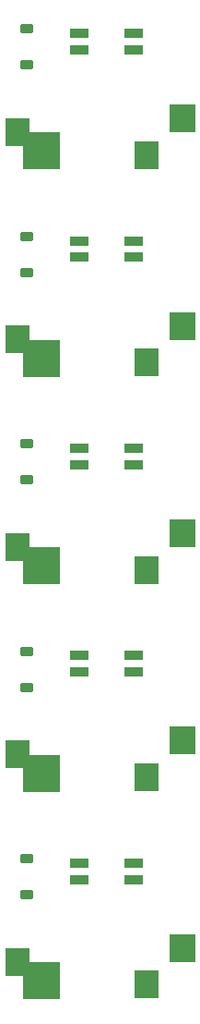
<source format=gbp>
G04 #@! TF.GenerationSoftware,KiCad,Pcbnew,7.0.8*
G04 #@! TF.CreationDate,2023-10-21T22:23:38-07:00*
G04 #@! TF.ProjectId,Seismos_5-Key,53656973-6d6f-4735-9f35-2d4b65792e6b,rev?*
G04 #@! TF.SameCoordinates,Original*
G04 #@! TF.FileFunction,Paste,Bot*
G04 #@! TF.FilePolarity,Positive*
%FSLAX46Y46*%
G04 Gerber Fmt 4.6, Leading zero omitted, Abs format (unit mm)*
G04 Created by KiCad (PCBNEW 7.0.8) date 2023-10-21 22:23:38*
%MOMM*%
%LPD*%
G01*
G04 APERTURE LIST*
G04 Aperture macros list*
%AMRoundRect*
0 Rectangle with rounded corners*
0 $1 Rounding radius*
0 $2 $3 $4 $5 $6 $7 $8 $9 X,Y pos of 4 corners*
0 Add a 4 corners polygon primitive as box body*
4,1,4,$2,$3,$4,$5,$6,$7,$8,$9,$2,$3,0*
0 Add four circle primitives for the rounded corners*
1,1,$1+$1,$2,$3*
1,1,$1+$1,$4,$5*
1,1,$1+$1,$6,$7*
1,1,$1+$1,$8,$9*
0 Add four rect primitives between the rounded corners*
20,1,$1+$1,$2,$3,$4,$5,0*
20,1,$1+$1,$4,$5,$6,$7,0*
20,1,$1+$1,$6,$7,$8,$9,0*
20,1,$1+$1,$8,$9,$2,$3,0*%
G04 Aperture macros list end*
%ADD10R,1.750000X0.812800*%
%ADD11R,2.300000X2.600000*%
%ADD12R,3.500000X3.500000*%
%ADD13R,2.400000X2.600000*%
%ADD14RoundRect,0.225000X-0.375000X0.225000X-0.375000X-0.225000X0.375000X-0.225000X0.375000X0.225000X0*%
G04 APERTURE END LIST*
D10*
X49378000Y-54754900D03*
D11*
X38660000Y-63800000D03*
X50560000Y-65900000D03*
D10*
X44348100Y-54754900D03*
X49378000Y-56253500D03*
X44348100Y-56253500D03*
D12*
X40910000Y-65515000D03*
D13*
X53860000Y-62540000D03*
D10*
X49378000Y-35754900D03*
D11*
X38660000Y-44800000D03*
X50560000Y-46900000D03*
D10*
X44348100Y-35754900D03*
X49378000Y-37253500D03*
X44348100Y-37253500D03*
D12*
X40910000Y-46515000D03*
D13*
X53860000Y-43540000D03*
D10*
X49378000Y-73754900D03*
D11*
X38660000Y-82800000D03*
X50560000Y-84900000D03*
D10*
X44348100Y-73754900D03*
X49378000Y-75253500D03*
X44348100Y-75253500D03*
D12*
X40910000Y-84515000D03*
D13*
X53860000Y-81540000D03*
D10*
X49378000Y-92754900D03*
D11*
X38660000Y-101800000D03*
X50560000Y-103900000D03*
D10*
X44348100Y-92754900D03*
X49378000Y-94253500D03*
X44348100Y-94253500D03*
D12*
X40910000Y-103515000D03*
D13*
X53860000Y-100540000D03*
D10*
X49378000Y-111754900D03*
D11*
X38660000Y-120800000D03*
X50560000Y-122900000D03*
D10*
X44348100Y-111754900D03*
X49378000Y-113253500D03*
X44348100Y-113253500D03*
D12*
X40910000Y-122515000D03*
D13*
X53860000Y-119540000D03*
D14*
X39500000Y-54350000D03*
X39500000Y-57650000D03*
X39500000Y-92350000D03*
X39500000Y-95650000D03*
X39500000Y-35350000D03*
X39500000Y-38650000D03*
X39500000Y-111350000D03*
X39500000Y-114650000D03*
X39500000Y-73350000D03*
X39500000Y-76650000D03*
M02*

</source>
